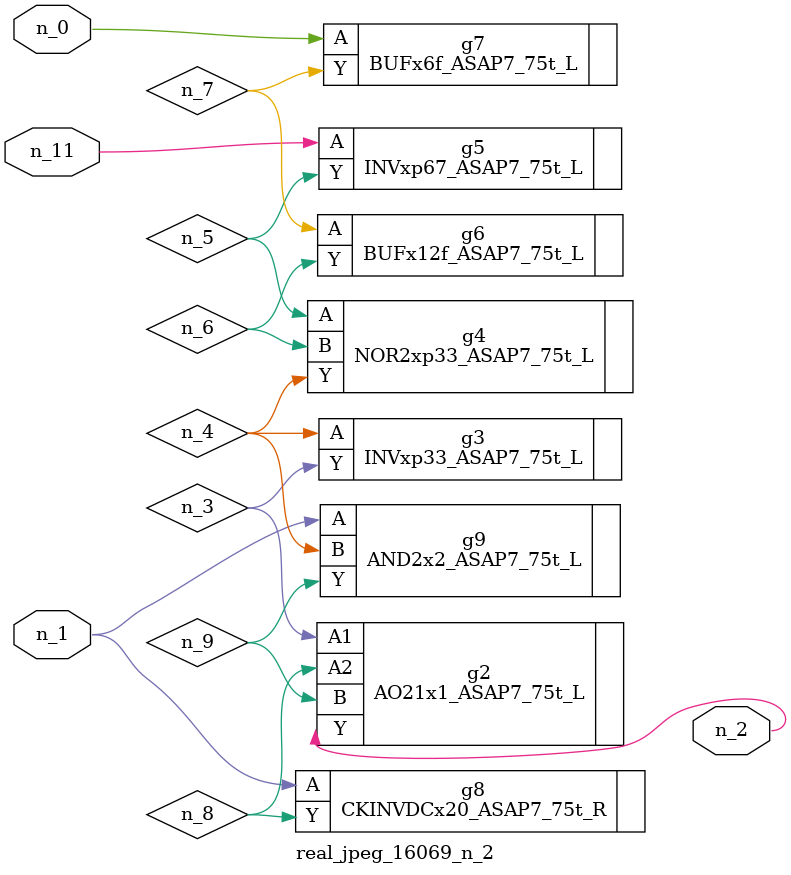
<source format=v>
module real_jpeg_16069_n_2 (n_1, n_11, n_0, n_2);

input n_1;
input n_11;
input n_0;

output n_2;

wire n_5;
wire n_8;
wire n_4;
wire n_6;
wire n_7;
wire n_3;
wire n_9;

BUFx6f_ASAP7_75t_L g7 ( 
.A(n_0),
.Y(n_7)
);

CKINVDCx20_ASAP7_75t_R g8 ( 
.A(n_1),
.Y(n_8)
);

AND2x2_ASAP7_75t_L g9 ( 
.A(n_1),
.B(n_4),
.Y(n_9)
);

AO21x1_ASAP7_75t_L g2 ( 
.A1(n_3),
.A2(n_8),
.B(n_9),
.Y(n_2)
);

INVxp33_ASAP7_75t_L g3 ( 
.A(n_4),
.Y(n_3)
);

NOR2xp33_ASAP7_75t_L g4 ( 
.A(n_5),
.B(n_6),
.Y(n_4)
);

BUFx12f_ASAP7_75t_L g6 ( 
.A(n_7),
.Y(n_6)
);

INVxp67_ASAP7_75t_L g5 ( 
.A(n_11),
.Y(n_5)
);


endmodule
</source>
